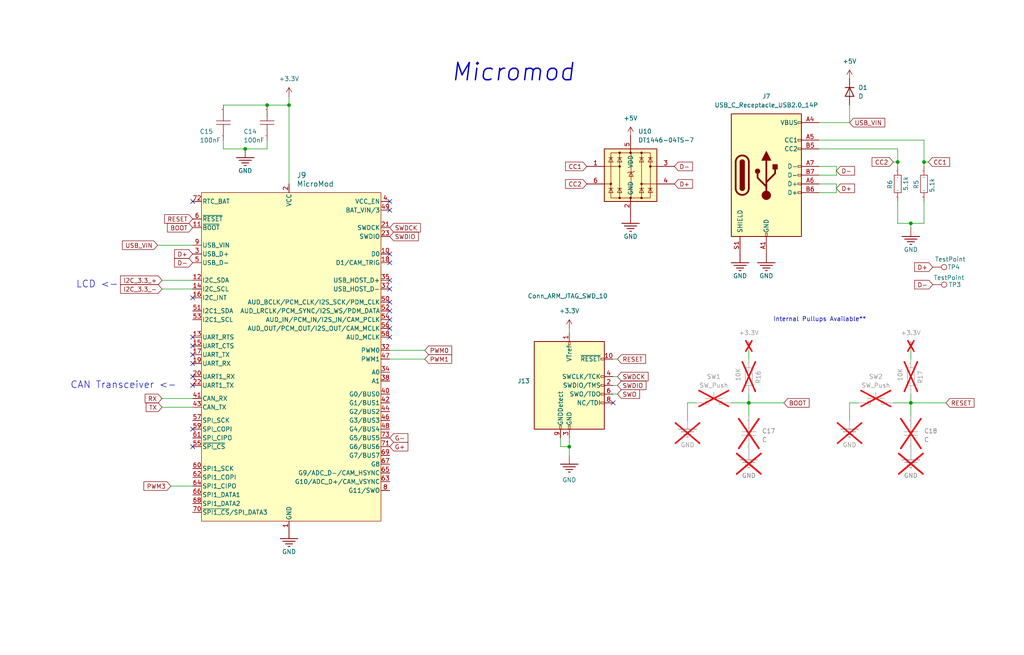
<source format=kicad_sch>
(kicad_sch (version 20250114) (generator "eeschema") (generator_version "9.0")
  (paper "User" 297 190)
  (lib_symbols
    (symbol "Connector:Conn_ARM_JTAG_SWD_10" (pin_names (offset 1.016))
      (property "Reference" "J" (at -2.54 16.51 0))
      (property "Value" "Conn_ARM_JTAG_SWD_10" (at -2.54 13.97 0))
      (symbol "Conn_ARM_JTAG_SWD_10_0_1"
        (rectangle (start -10.16 12.7) (end 10.16 -12.7) (stroke (width 0.254)) (fill (type background)))
        (rectangle (start -2.794 -12.7) (end -2.286 -11.684))
        (rectangle (start -0.254 12.7) (end 0.254 11.684))
        (rectangle (start -0.254 -12.7) (end 0.254 -11.684))
        (rectangle (start 9.144 2.286) (end 10.16 2.794))
        (rectangle (start 10.16 7.874) (end 9.144 7.366))
        (rectangle (start 10.16 -0.254) (end 9.144 0.254))
        (rectangle (start 10.16 -2.794) (end 9.144 -2.286))
      )
      (symbol "Conn_ARM_JTAG_SWD_10_1_1"
        (rectangle (start 9.144 -5.334) (end 10.16 -4.826))
        (pin no_connect line (at -10.16 0 0) (length 2.54) (hide yes) (name "KEY") (number "7"))
        (pin passive line (at -2.54 -15.24 90) (length 2.54) (name "GNDDetect") (number "9"))
        (pin power_in line (at 0 15.24 270) (length 2.54) (name "VTref") (number "1"))
        (pin power_in line (at 0 -15.24 90) (length 2.54) (name "GND") (number "3"))
        (pin passive line (at 0 -15.24 90) (length 2.54) (hide yes) (name "GND") (number "5"))
        (pin open_collector line (at 12.7 7.62 180) (length 2.54) (name "~{RESET}") (number "10"))
        (pin output line (at 12.7 2.54 180) (length 2.54) (name "SWCLK/TCK") (number "4"))
        (pin bidirectional line (at 12.7 0 180) (length 2.54) (name "SWDIO/TMS") (number "2"))
        (pin input line (at 12.7 -2.54 180) (length 2.54) (name "SWO/TDO") (number "6"))
        (pin output line (at 12.7 -5.08 180) (length 2.54) (name "NC/TDI") (number "8"))
      )
    )
    (symbol "Connector:TestPoint" (pin_numbers (hide yes)) (pin_names (offset 0.762) (hide yes))
      (property "Reference" "TP" (at 0 6.858 0))
      (property "Value" "TestPoint" (at 0 5.08 0))
      (symbol "TestPoint_0_1"
        (circle (center 0 3.302) (radius 0.762))
      )
      (symbol "TestPoint_1_1"
        (pin passive line (at 0 0 90) (length 2.54) (name "1") (number "1"))
      )
    )
    (symbol "Connector:USB_C_Receptacle_USB2.0_14P" (pin_names (offset 1.016))
      (property "Reference" "J" (at 0 22.225 0))
      (property "Value" "USB_C_Receptacle_USB2.0_14P" (at 0 19.685 0))
      (symbol "USB_C_Receptacle_USB2.0_14P_0_0"
        (rectangle (start -0.254 -17.78) (end 0.254 -16.764))
        (rectangle (start 10.16 15.494) (end 9.144 14.986))
        (rectangle (start 10.16 10.414) (end 9.144 9.906))
        (rectangle (start 10.16 7.874) (end 9.144 7.366))
        (rectangle (start 10.16 2.794) (end 9.144 2.286))
        (rectangle (start 10.16 0.254) (end 9.144 -0.254))
        (rectangle (start 10.16 -2.286) (end 9.144 -2.794))
        (rectangle (start 10.16 -4.826) (end 9.144 -5.334))
      )
      (symbol "USB_C_Receptacle_USB2.0_14P_0_1"
        (rectangle (start -10.16 17.78) (end 10.16 -17.78) (stroke (width 0.254)) (fill (type background)))
        (polyline (pts (xy -8.89 -3.81) (xy -8.89 3.81)) (stroke (width 0.508)))
        (rectangle (start -7.62 -3.81) (end -6.35 3.81) (stroke (width 0.254)) (fill (type outline)))
        (arc (start -7.62 3.81) (mid -6.985 4.4423) (end -6.35 3.81) (stroke (width 0.254)))
        (arc (start -7.62 3.81) (mid -6.985 4.4423) (end -6.35 3.81) (stroke (width 0.254)) (fill (type outline)))
        (arc (start -8.89 3.81) (mid -6.985 5.7067) (end -5.08 3.81) (stroke (width 0.508)))
        (arc (start -5.08 -3.81) (mid -6.985 -5.7067) (end -8.89 -3.81) (stroke (width 0.508)))
        (arc (start -6.35 -3.81) (mid -6.985 -4.4423) (end -7.62 -3.81) (stroke (width 0.254)))
        (arc (start -6.35 -3.81) (mid -6.985 -4.4423) (end -7.62 -3.81) (stroke (width 0.254)) (fill (type outline)))
        (polyline (pts (xy -5.08 3.81) (xy -5.08 -3.81)) (stroke (width 0.508)))
        (circle (center -2.54 1.143) (radius 0.635) (stroke (width 0.254)) (fill (type outline)))
        (polyline (pts (xy -1.27 4.318) (xy 0 6.858) (xy 1.27 4.318) (xy -1.27 4.318)) (stroke (width 0.254)) (fill (type outline)))
        (polyline (pts (xy 0 -2.032) (xy 2.54 0.508) (xy 2.54 1.778)) (stroke (width 0.508)))
        (polyline (pts (xy 0 -3.302) (xy -2.54 -0.762) (xy -2.54 0.508)) (stroke (width 0.508)))
        (polyline (pts (xy 0 -5.842) (xy 0 4.318)) (stroke (width 0.508)))
        (circle (center 0 -5.842) (radius 1.27) (fill (type outline)))
        (rectangle (start 1.905 1.778) (end 3.175 3.048) (stroke (width 0.254)) (fill (type outline)))
      )
      (symbol "USB_C_Receptacle_USB2.0_14P_1_1"
        (pin passive line (at -7.62 -22.86 90) (length 5.08) (name "SHIELD") (number "S1"))
        (pin passive line (at 0 -22.86 90) (length 5.08) (name "GND") (number "A1"))
        (pin passive line (at 0 -22.86 90) (length 5.08) (hide yes) (name "GND") (number "A12"))
        (pin passive line (at 0 -22.86 90) (length 5.08) (hide yes) (name "GND") (number "B1"))
        (pin passive line (at 0 -22.86 90) (length 5.08) (hide yes) (name "GND") (number "B12"))
        (pin passive line (at 15.24 15.24 180) (length 5.08) (name "VBUS") (number "A4"))
        (pin passive line (at 15.24 15.24 180) (length 5.08) (hide yes) (name "VBUS") (number "A9"))
        (pin passive line (at 15.24 15.24 180) (length 5.08) (hide yes) (name "VBUS") (number "B4"))
        (pin passive line (at 15.24 15.24 180) (length 5.08) (hide yes) (name "VBUS") (number "B9"))
        (pin bidirectional line (at 15.24 10.16 180) (length 5.08) (name "CC1") (number "A5"))
        (pin bidirectional line (at 15.24 7.62 180) (length 5.08) (name "CC2") (number "B5"))
        (pin bidirectional line (at 15.24 2.54 180) (length 5.08) (name "D-") (number "A7"))
        (pin bidirectional line (at 15.24 0 180) (length 5.08) (name "D-") (number "B7"))
        (pin bidirectional line (at 15.24 -2.54 180) (length 5.08) (name "D+") (number "A6"))
        (pin bidirectional line (at 15.24 -5.08 180) (length 5.08) (name "D+") (number "B6"))
      )
    )
    (symbol "Device:D" (pin_numbers (hide yes)) (pin_names (offset 1.016) (hide yes))
      (property "Reference" "D" (at 0 2.54 0))
      (property "Value" "D" (at 0 -2.54 0))
      (symbol "D_0_1"
        (polyline (pts (xy -1.27 1.27) (xy -1.27 -1.27)) (stroke (width 0.254)))
        (polyline (pts (xy 1.27 1.27) (xy 1.27 -1.27) (xy -1.27 0) (xy 1.27 1.27)) (stroke (width 0.254)))
        (polyline (pts (xy 1.27 0) (xy -1.27 0)))
      )
      (symbol "D_1_1"
        (pin passive line (at -3.81 0 0) (length 2.54) (name "K") (number "1"))
        (pin passive line (at 3.81 0 180) (length 2.54) (name "A") (number "2"))
      )
    )
    (symbol "SJSU_common:DT1446-04TS-7"
      (property "Reference" "U" (at -7.366 -0.762 0))
      (property "Value" "DT1446-04TS-7" (at 0 0 0))
      (symbol "DT1446-04TS-7_0_0"
        (rectangle (start -5.715 -3.683) (end 5.715 -16.764))
        (polyline (pts (xy -3.175 -16.764) (xy -3.175 -3.683)))
        (polyline (pts (xy 0.127 -3.683) (xy 0.127 -16.764)))
        (polyline (pts (xy 3.175 -3.683) (xy 3.175 -16.764)))
      )
      (symbol "DT1446-04TS-7_0_1"
        (polyline (pts (xy -7.747 -7.62) (xy -3.175 -7.62)))
        (rectangle (start -7.62 -2.54) (end 7.62 -17.78) (stroke (width 0.254)) (fill (type background)))
        (polyline (pts (xy -7.62 -12.7) (xy -5.715 -12.7)))
        (circle (center -5.715 -12.7) (radius 0.2794) (fill (type outline)))
        (polyline (pts (xy -5.08 -5.08) (xy -6.35 -5.08)))
        (polyline (pts (xy -5.08 -6.35) (xy -6.35 -6.35) (xy -5.715 -5.08) (xy -5.08 -6.35)))
        (polyline (pts (xy -5.08 -13.97) (xy -6.35 -13.97)))
        (polyline (pts (xy -5.08 -15.24) (xy -6.35 -15.24) (xy -5.715 -13.97) (xy -5.08 -15.24)))
        (circle (center -3.175 -3.683) (radius 0.2794) (fill (type outline)))
        (circle (center -3.175 -7.62) (radius 0.2794) (fill (type outline)))
        (circle (center -3.175 -16.764) (radius 0.2794) (fill (type outline)))
        (polyline (pts (xy -2.54 -5.08) (xy -3.81 -5.08)))
        (polyline (pts (xy -2.54 -6.35) (xy -3.81 -6.35) (xy -3.175 -5.08) (xy -2.54 -6.35)))
        (polyline (pts (xy -2.54 -13.97) (xy -3.81 -13.97)))
        (polyline (pts (xy -2.54 -15.24) (xy -3.81 -15.24) (xy -3.175 -13.97) (xy -2.54 -15.24)))
        (polyline (pts (xy -0.508 -9.271) (xy -0.889 -9.525)))
        (circle (center 0 -3.683) (radius 0.2794) (fill (type outline)))
        (polyline (pts (xy 0 -16.764) (xy 0 -17.78)))
        (circle (center 0 -16.764) (radius 0.2794) (fill (type outline)))
        (polyline (pts (xy 0.762 -9.271) (xy -0.508 -9.271)))
        (polyline (pts (xy 0.762 -9.271) (xy 1.143 -9.017)))
        (polyline (pts (xy 0.762 -10.541) (xy -0.508 -10.541) (xy 0.127 -9.271) (xy 0.762 -10.541)))
        (circle (center 3.175 -3.683) (radius 0.2794) (fill (type outline)))
        (circle (center 3.175 -12.7) (radius 0.2794) (fill (type outline)))
        (circle (center 3.175 -16.764) (radius 0.2794) (fill (type outline)))
        (polyline (pts (xy 3.81 -5.08) (xy 2.54 -5.08)))
        (polyline (pts (xy 3.81 -6.35) (xy 2.54 -6.35) (xy 3.175 -5.08) (xy 3.81 -6.35)))
        (polyline (pts (xy 3.81 -13.97) (xy 2.54 -13.97)))
        (polyline (pts (xy 3.81 -15.24) (xy 2.54 -15.24) (xy 3.175 -13.97) (xy 3.81 -15.24)))
        (circle (center 5.715 -7.62) (radius 0.2794) (fill (type outline)))
        (polyline (pts (xy 6.35 -5.08) (xy 5.08 -5.08)))
        (polyline (pts (xy 6.35 -6.35) (xy 5.08 -6.35) (xy 5.715 -5.08) (xy 6.35 -6.35)))
        (polyline (pts (xy 6.35 -13.97) (xy 5.08 -13.97)))
        (polyline (pts (xy 6.35 -15.24) (xy 5.08 -15.24) (xy 5.715 -13.97) (xy 6.35 -15.24)))
        (polyline (pts (xy 7.62 -7.62) (xy 5.715 -7.62)))
        (polyline (pts (xy 7.62 -12.7) (xy 3.175 -12.7)))
      )
      (symbol "DT1446-04TS-7_1_1"
        (pin passive line (at -12.7 -7.62 0) (length 5.08) (name "~") (number "1"))
        (pin passive line (at -12.7 -12.7 0) (length 5.08) (name "~") (number "6"))
        (pin power_in line (at 0 1.27 270) (length 5.08) (name "VDD") (number "5"))
        (pin passive line (at 0 -21.59 90) (length 5.08) (name "GND") (number "2"))
        (pin passive line (at 12.7 -7.62 180) (length 5.08) (name "~") (number "3"))
        (pin passive line (at 12.7 -12.7 180) (length 5.08) (name "~") (number "4"))
      )
    )
    (symbol "SJSU_common:MicroMod" (pin_names (offset 0.254))
      (property "Reference" "J" (at 16.256 12.7 0))
      (property "Value" "MicroMod" (at 16.51 10.16 0))
      (symbol "MicroMod_1_1"
        (rectangle (start -8.89 2.54) (end 43.18 -92.71) (fill (type background)))
        (pin power_in line (at -11.43 0 0) (length 2.54) (name "RTC_BAT") (number "72"))
        (pin open_collector line (at -11.43 -5.08 0) (length 2.54) (name "~{RESET}") (number "6"))
        (pin open_collector line (at -11.43 -7.62 0) (length 2.54) (name "~{BOOT}") (number "11"))
        (pin power_in line (at -11.43 -12.7 0) (length 2.54) (name "USB_VIN") (number "9"))
        (pin bidirectional line (at -11.43 -15.24 0) (length 2.54) (name "USB_D+") (number "3"))
        (pin bidirectional line (at -11.43 -17.78 0) (length 2.54) (name "USB_D-") (number "5"))
        (pin bidirectional line (at -11.43 -22.86 0) (length 2.54) (name "I2C_SDA") (number "12"))
        (pin bidirectional line (at -11.43 -25.4 0) (length 2.54) (name "I2C_SCL") (number "14"))
        (pin open_collector line (at -11.43 -27.94 0) (length 2.54) (name "I2C_INT") (number "16"))
        (pin bidirectional line (at -11.43 -31.75 0) (length 2.54) (name "I2C1_SDA") (number "51"))
        (pin bidirectional line (at -11.43 -34.29 0) (length 2.54) (name "I2C1_SCL") (number "53"))
        (pin output line (at -11.43 -39.37 0) (length 2.54) (name "UART_RTS") (number "13"))
        (pin input line (at -11.43 -41.91 0) (length 2.54) (name "UART_CTS") (number "15"))
        (pin output line (at -11.43 -44.45 0) (length 2.54) (name "UART_TX") (number "17"))
        (pin input line (at -11.43 -46.99 0) (length 2.54) (name "UART_RX") (number "19"))
        (pin input line (at -11.43 -50.8 0) (length 2.54) (name "UART1_RX") (number "20"))
        (pin output line (at -11.43 -53.34 0) (length 2.54) (name "UART1_TX") (number "22"))
        (pin input line (at -11.43 -57.15 0) (length 2.54) (name "CAN_RX") (number "41"))
        (pin output line (at -11.43 -59.69 0) (length 2.54) (name "CAN_TX") (number "43"))
        (pin output line (at -11.43 -63.5 0) (length 2.54) (name "SPI_SCK") (number "57"))
        (pin output line (at -11.43 -66.04 0) (length 2.54) (name "SPI_COPI") (number "59"))
        (pin output line (at -11.43 -68.58 0) (length 2.54) (name "SPI_CIPO") (number "61"))
        (pin output line (at -11.43 -71.12 0) (length 2.54) (name "~{SPI_CS}") (number "55"))
        (pin output line (at -11.43 -77.47 0) (length 2.54) (name "SPI1_SCK") (number "60"))
        (pin output line (at -11.43 -80.01 0) (length 2.54) (name "SPI1_COPI") (number "62"))
        (pin output line (at -11.43 -82.55 0) (length 2.54) (name "SPI1_CIPO") (number "64"))
        (pin output line (at -11.43 -85.09 0) (length 2.54) (name "SPI1_DATA1") (number "66"))
        (pin output line (at -11.43 -87.63 0) (length 2.54) (name "SPI1_DATA2") (number "68"))
        (pin bidirectional line (at -11.43 -90.17 0) (length 2.54) (name "~{SPI1_CS}/SPI_DATA3") (number "70"))
        (pin power_in line (at 16.51 5.08 270) (length 2.54) (name "VCC") (number "2"))
        (pin power_in line (at 16.51 5.08 270) (length 2.54) (hide yes) (name "VCC") (number "74"))
        (pin power_out line (at 16.51 -95.25 90) (length 2.54) (name "GND") (number "1"))
        (pin power_out line (at 16.51 -95.25 90) (length 2.54) (hide yes) (name "GND") (number "33"))
        (pin power_out line (at 16.51 -95.25 90) (length 2.54) (hide yes) (name "GND") (number "36"))
        (pin power_out line (at 16.51 -95.25 90) (length 2.54) (hide yes) (name "GND") (number "39"))
        (pin power_out line (at 16.51 -95.25 90) (length 2.54) (hide yes) (name "GND") (number "45"))
        (pin power_out line (at 16.51 -95.25 90) (length 2.54) (hide yes) (name "GND") (number "7"))
        (pin power_out line (at 16.51 -95.25 90) (length 2.54) (hide yes) (name "GND") (number "75"))
        (pin power_out line (at 16.51 -95.25 90) (length 2.54) (hide yes) (name "GND") (number "S1"))
        (pin power_out line (at 16.51 -95.25 90) (length 2.54) (hide yes) (name "GND") (number "S2"))
        (pin power_out line (at 16.51 -95.25 90) (length 2.54) (hide yes) (name "GND") (number "S3"))
        (pin output line (at 45.72 0 180) (length 2.54) (name "VCC_EN") (number "4"))
        (pin input line (at 45.72 -2.54 180) (length 2.54) (name "BAT_VIN/3") (number "49"))
        (pin input line (at 45.72 -7.62 180) (length 2.54) (name "SWDCK") (number "21"))
        (pin output line (at 45.72 -10.16 180) (length 2.54) (name "SWDIO") (number "23"))
        (pin bidirectional line (at 45.72 -15.24 180) (length 2.54) (name "D0") (number "10"))
        (pin bidirectional line (at 45.72 -17.78 180) (length 2.54) (name "D1/CAM_TRIG") (number "18"))
        (pin bidirectional line (at 45.72 -22.86 180) (length 2.54) (name "USB_HOST_D+") (number "35"))
        (pin bidirectional line (at 45.72 -25.4 180) (length 2.54) (name "USB_HOST_D-") (number "37"))
        (pin bidirectional line (at 45.72 -29.21 180) (length 2.54) (name "AUD_BCLK/PCM_CLK/I2S_SCK/PDM_CLK") (number "50"))
        (pin bidirectional line (at 45.72 -31.75 180) (length 2.54) (name "AUD_LRCLK/PCM_SYNC/I2S_WS/PDM_DATA") (number "52"))
        (pin input line (at 45.72 -34.29 180) (length 2.54) (name "AUD_IN/PCM_IN/I2S_IN/CAM_PCLK") (number "54"))
        (pin output line (at 45.72 -36.83 180) (length 2.54) (name "AUD_OUT/PCM_OUT/I2S_OUT/CAM_MCLK") (number "56"))
        (pin output line (at 45.72 -39.37 180) (length 2.54) (name "AUD_MCLK") (number "58"))
        (pin output line (at 45.72 -43.18 180) (length 2.54) (name "PWM0") (number "32"))
        (pin output line (at 45.72 -45.72 180) (length 2.54) (name "PWM1") (number "47"))
        (pin output line (at 45.72 -49.53 180) (length 2.54) (name "A0") (number "34"))
        (pin output line (at 45.72 -52.07 180) (length 2.54) (name "A1") (number "38"))
        (pin bidirectional line (at 45.72 -55.88 180) (length 2.54) (name "G0/BUS0") (number "40"))
        (pin bidirectional line (at 45.72 -58.42 180) (length 2.54) (name "G1/BUS1") (number "42"))
        (pin bidirectional line (at 45.72 -60.96 180) (length 2.54) (name "G2/BUS2") (number "44"))
        (pin bidirectional line (at 45.72 -63.5 180) (length 2.54) (name "G3/BUS3") (number "46"))
        (pin bidirectional line (at 45.72 -66.04 180) (length 2.54) (name "G4/BUS4") (number "48"))
        (pin bidirectional line (at 45.72 -68.58 180) (length 2.54) (name "G5/BUS5") (number "73"))
        (pin bidirectional line (at 45.72 -71.12 180) (length 2.54) (name "G6/BUS6") (number "71"))
        (pin bidirectional line (at 45.72 -73.66 180) (length 2.54) (name "G7/BUS7") (number "69"))
        (pin bidirectional line (at 45.72 -76.2 180) (length 2.54) (name "G8") (number "67"))
        (pin bidirectional line (at 45.72 -78.74 180) (length 2.54) (name "G9/ADC_D-/CAM_HSYNC") (number "65"))
        (pin bidirectional line (at 45.72 -81.28 180) (length 2.54) (name "G10/ADC_D+/CAM_VSYNC") (number "63"))
        (pin bidirectional line (at 45.72 -83.82 180) (length 2.54) (name "G11/SWO") (number "8"))
      )
      (symbol "MicroMod_1_2"
        (polyline (pts (xy 5.08 2.54) (xy 5.08 -86.36)) (stroke (width 0.127)))
        (polyline (pts (xy 5.08 -86.36) (xy 12.7 -86.36)) (stroke (width 0.127)))
        (polyline (pts (xy 7.62 0) (xy 5.08 0)) (stroke (width 0.127)))
        (polyline (pts (xy 7.62 0) (xy 8.89 0.8467)) (stroke (width 0.127)))
        (polyline (pts (xy 7.62 0) (xy 8.89 -0.8467)) (stroke (width 0.127)))
        (polyline (pts (xy 7.62 -2.54) (xy 5.08 -2.54)) (stroke (width 0.127)))
        (polyline (pts (xy 7.62 -2.54) (xy 8.89 -1.6933)) (stroke (width 0.127)))
        (polyline (pts (xy 7.62 -2.54) (xy 8.89 -3.3867)) (stroke (width 0.127)))
        (polyline (pts (xy 7.62 -5.08) (xy 5.08 -5.08)) (stroke (width 0.127)))
        (polyline (pts (xy 7.62 -5.08) (xy 8.89 -4.2333)) (stroke (width 0.127)))
        (polyline (pts (xy 7.62 -5.08) (xy 8.89 -5.9267)) (stroke (width 0.127)))
        (polyline (pts (xy 7.62 -7.62) (xy 5.08 -7.62)) (stroke (width 0.127)))
        (polyline (pts (xy 7.62 -7.62) (xy 8.89 -6.7733)) (stroke (width 0.127)))
        (polyline (pts (xy 7.62 -7.62) (xy 8.89 -8.4667)) (stroke (width 0.127)))
        (polyline (pts (xy 7.62 -10.16) (xy 5.08 -10.16)) (stroke (width 0.127)))
        (polyline (pts (xy 7.62 -10.16) (xy 8.89 -9.3133)) (stroke (width 0.127)))
        (polyline (pts (xy 7.62 -10.16) (xy 8.89 -11.0067)) (stroke (width 0.127)))
        (polyline (pts (xy 7.62 -12.7) (xy 5.08 -12.7)) (stroke (width 0.127)))
        (polyline (pts (xy 7.62 -12.7) (xy 8.89 -11.8533)) (stroke (width 0.127)))
        (polyline (pts (xy 7.62 -12.7) (xy 8.89 -13.5467)) (stroke (width 0.127)))
        (polyline (pts (xy 7.62 -15.24) (xy 5.08 -15.24)) (stroke (width 0.127)))
        (polyline (pts (xy 7.62 -15.24) (xy 8.89 -14.3933)) (stroke (width 0.127)))
        (polyline (pts (xy 7.62 -15.24) (xy 8.89 -16.0867)) (stroke (width 0.127)))
        (polyline (pts (xy 7.62 -17.78) (xy 5.08 -17.78)) (stroke (width 0.127)))
        (polyline (pts (xy 7.62 -17.78) (xy 8.89 -16.9333)) (stroke (width 0.127)))
        (polyline (pts (xy 7.62 -17.78) (xy 8.89 -18.6267)) (stroke (width 0.127)))
        (polyline (pts (xy 7.62 -20.32) (xy 5.08 -20.32)) (stroke (width 0.127)))
        (polyline (pts (xy 7.62 -20.32) (xy 8.89 -19.4733)) (stroke (width 0.127)))
        (polyline (pts (xy 7.62 -20.32) (xy 8.89 -21.1667)) (stroke (width 0.127)))
        (polyline (pts (xy 7.62 -22.86) (xy 5.08 -22.86)) (stroke (width 0.127)))
        (polyline (pts (xy 7.62 -22.86) (xy 8.89 -22.0133)) (stroke (width 0.127)))
        (polyline (pts (xy 7.62 -22.86) (xy 8.89 -23.7067)) (stroke (width 0.127)))
        (polyline (pts (xy 7.62 -25.4) (xy 5.08 -25.4)) (stroke (width 0.127)))
        (polyline (pts (xy 7.62 -25.4) (xy 8.89 -24.5533)) (stroke (width 0.127)))
        (polyline (pts (xy 7.62 -25.4) (xy 8.89 -26.2467)) (stroke (width 0.127)))
        (polyline (pts (xy 7.62 -27.94) (xy 5.08 -27.94)) (stroke (width 0.127)))
        (polyline (pts (xy 7.62 -27.94) (xy 8.89 -27.0933)) (stroke (width 0.127)))
        (polyline (pts (xy 7.62 -27.94) (xy 8.89 -28.7867)) (stroke (width 0.127)))
        (polyline (pts (xy 7.62 -30.48) (xy 5.08 -30.48)) (stroke (width 0.127)))
        (polyline (pts (xy 7.62 -30.48) (xy 8.89 -29.6333)) (stroke (width 0.127)))
        (polyline (pts (xy 7.62 -30.48) (xy 8.89 -31.3267)) (stroke (width 0.127)))
        (polyline (pts (xy 7.62 -33.02) (xy 5.08 -33.02)) (stroke (width 0.127)))
        (polyline (pts (xy 7.62 -33.02) (xy 8.89 -32.1733)) (stroke (width 0.127)))
        (polyline (pts (xy 7.62 -33.02) (xy 8.89 -33.8667)) (stroke (width 0.127)))
        (polyline (pts (xy 7.62 -35.56) (xy 5.08 -35.56)) (stroke (width 0.127)))
        (polyline (pts (xy 7.62 -35.56) (xy 8.89 -34.7133)) (stroke (width 0.127)))
        (polyline (pts (xy 7.62 -35.56) (xy 8.89 -36.4067)) (stroke (width 0.127)))
        (polyline (pts (xy 7.62 -38.1) (xy 5.08 -38.1)) (stroke (width 0.127)))
        (polyline (pts (xy 7.62 -38.1) (xy 8.89 -37.2533)) (stroke (width 0.127)))
        (polyline (pts (xy 7.62 -38.1) (xy 8.89 -38.9467)) (stroke (width 0.127)))
        (polyline (pts (xy 7.62 -40.64) (xy 5.08 -40.64)) (stroke (width 0.127)))
        (polyline (pts (xy 7.62 -40.64) (xy 8.89 -39.7933)) (stroke (width 0.127)))
        (polyline (pts (xy 7.62 -40.64) (xy 8.89 -41.4867)) (stroke (width 0.127)))
        (polyline (pts (xy 7.62 -43.18) (xy 5.08 -43.18)) (stroke (width 0.127)))
        (polyline (pts (xy 7.62 -43.18) (xy 8.89 -42.3333)) (stroke (width 0.127)))
        (polyline (pts (xy 7.62 -43.18) (xy 8.89 -44.0267)) (stroke (width 0.127)))
        (polyline (pts (xy 7.62 -45.72) (xy 5.08 -45.72)) (stroke (width 0.127)))
        (polyline (pts (xy 7.62 -45.72) (xy 8.89 -44.8733)) (stroke (width 0.127)))
        (polyline (pts (xy 7.62 -45.72) (xy 8.89 -46.5667)) (stroke (width 0.127)))
        (polyline (pts (xy 7.62 -48.26) (xy 5.08 -48.26)) (stroke (width 0.127)))
        (polyline (pts (xy 7.62 -48.26) (xy 8.89 -47.4133)) (stroke (width 0.127)))
        (polyline (pts (xy 7.62 -48.26) (xy 8.89 -49.1067)) (stroke (width 0.127)))
        (polyline (pts (xy 7.62 -50.8) (xy 5.08 -50.8)) (stroke (width 0.127)))
        (polyline (pts (xy 7.62 -50.8) (xy 8.89 -49.9533)) (stroke (width 0.127)))
        (polyline (pts (xy 7.62 -50.8) (xy 8.89 -51.6467)) (stroke (width 0.127)))
        (polyline (pts (xy 7.62 -53.34) (xy 5.08 -53.34)) (stroke (width 0.127)))
        (polyline (pts (xy 7.62 -53.34) (xy 8.89 -52.4933)) (stroke (width 0.127)))
        (polyline (pts (xy 7.62 -53.34) (xy 8.89 -54.1867)) (stroke (width 0.127)))
        (polyline (pts (xy 7.62 -55.88) (xy 5.08 -55.88)) (stroke (width 0.127)))
        (polyline (pts (xy 7.62 -55.88) (xy 8.89 -55.0333)) (stroke (width 0.127)))
        (polyline (pts (xy 7.62 -55.88) (xy 8.89 -56.7267)) (stroke (width 0.127)))
        (polyline (pts (xy 7.62 -58.42) (xy 5.08 -58.42)) (stroke (width 0.127)))
        (polyline (pts (xy 7.62 -58.42) (xy 8.89 -57.5733)) (stroke (width 0.127)))
        (polyline (pts (xy 7.62 -58.42) (xy 8.89 -59.2667)) (stroke (width 0.127)))
        (polyline (pts (xy 7.62 -60.96) (xy 5.08 -60.96)) (stroke (width 0.127)))
        (polyline (pts (xy 7.62 -60.96) (xy 8.89 -60.1133)) (stroke (width 0.127)))
        (polyline (pts (xy 7.62 -60.96) (xy 8.89 -61.8067)) (stroke (width 0.127)))
        (polyline (pts (xy 7.62 -63.5) (xy 5.08 -63.5)) (stroke (width 0.127)))
        (polyline (pts (xy 7.62 -63.5) (xy 8.89 -62.6533)) (stroke (width 0.127)))
        (polyline (pts (xy 7.62 -63.5) (xy 8.89 -64.3467)) (stroke (width 0.127)))
        (polyline (pts (xy 7.62 -66.04) (xy 5.08 -66.04)) (stroke (width 0.127)))
        (polyline (pts (xy 7.62 -66.04) (xy 8.89 -65.1933)) (stroke (width 0.127)))
        (polyline (pts (xy 7.62 -66.04) (xy 8.89 -66.8867)) (stroke (width 0.127)))
        (polyline (pts (xy 7.62 -68.58) (xy 5.08 -68.58)) (stroke (width 0.127)))
        (polyline (pts (xy 7.62 -68.58) (xy 8.89 -67.7333)) (stroke (width 0.127)))
        (polyline (pts (xy 7.62 -68.58) (xy 8.89 -69.4267)) (stroke (width 0.127)))
        (polyline (pts (xy 7.62 -71.12) (xy 5.08 -71.12)) (stroke (width 0.127)))
        (polyline (pts (xy 7.62 -71.12) (xy 8.89 -70.2733)) (stroke (width 0.127)))
        (polyline (pts (xy 7.62 -71.12) (xy 8.89 -71.9667)) (stroke (width 0.127)))
        (polyline (pts (xy 7.62 -73.66) (xy 5.08 -73.66)) (stroke (width 0.127)))
        (polyline (pts (xy 7.62 -73.66) (xy 8.89 -72.8133)) (stroke (width 0.127)))
        (polyline (pts (xy 7.62 -73.66) (xy 8.89 -74.5067)) (stroke (width 0.127)))
        (polyline (pts (xy 7.62 -76.2) (xy 5.08 -76.2)) (stroke (width 0.127)))
        (polyline (pts (xy 7.62 -76.2) (xy 8.89 -75.3533)) (stroke (width 0.127)))
        (polyline (pts (xy 7.62 -76.2) (xy 8.89 -77.0467)) (stroke (width 0.127)))
        (polyline (pts (xy 7.62 -78.74) (xy 5.08 -78.74)) (stroke (width 0.127)))
        (polyline (pts (xy 7.62 -78.74) (xy 8.89 -77.8933)) (stroke (width 0.127)))
        (polyline (pts (xy 7.62 -78.74) (xy 8.89 -79.5867)) (stroke (width 0.127)))
        (polyline (pts (xy 7.62 -81.28) (xy 5.08 -81.28)) (stroke (width 0.127)))
        (polyline (pts (xy 7.62 -81.28) (xy 8.89 -80.4333)) (stroke (width 0.127)))
        (polyline (pts (xy 7.62 -81.28) (xy 8.89 -82.1267)) (stroke (width 0.127)))
        (polyline (pts (xy 7.62 -83.82) (xy 5.08 -83.82)) (stroke (width 0.127)))
        (polyline (pts (xy 7.62 -83.82) (xy 8.89 -82.9733)) (stroke (width 0.127)))
        (polyline (pts (xy 7.62 -83.82) (xy 8.89 -84.6667)) (stroke (width 0.127)))
        (polyline (pts (xy 12.7 2.54) (xy 5.08 2.54)) (stroke (width 0.127)))
        (polyline (pts (xy 12.7 -86.36) (xy 12.7 2.54)) (stroke (width 0.127)))
      )
    )
    (symbol "Switch:SW_Push" (pin_numbers (hide yes)) (pin_names (offset 1.016) (hide yes))
      (property "Reference" "SW" (at 1.27 2.54 0))
      (property "Value" "SW_Push" (at 0 -1.524 0))
      (symbol "SW_Push_0_1"
        (circle (center -2.032 0) (radius 0.508))
        (polyline (pts (xy 0 1.27) (xy 0 3.048)))
        (circle (center 2.032 0) (radius 0.508))
        (polyline (pts (xy 2.54 1.27) (xy -2.54 1.27)))
        (pin passive line (at -5.08 0 0) (length 2.54) (name "1") (number "1"))
        (pin passive line (at 5.08 0 180) (length 2.54) (name "2") (number "2"))
      )
    )
    (symbol "finalhand-easyedapro:CAP"
      (symbol "CAP_1_0"
        (polyline (pts (xy -2.54 0) (xy -0.508 0)))
        (polyline (pts (xy -0.508 -2.032) (xy -0.508 2.032)))
        (polyline (pts (xy 0.508 2.032) (xy 0.508 -2.032)))
        (polyline (pts (xy 0.508 0) (xy 2.54 0)))
        (pin input line (at -5.08 0 0) (length 2.54) (name "2") (number "2"))
        (pin input line (at 5.08 0 180) (length 2.54) (name "1") (number "1"))
      )
    )
    (symbol "finalhand-easyedapro:Ground-GND" (power) (pin_numbers (hide yes)) (pin_names (hide yes))
      (property "Value" "GND" (at 0 -6.35 0))
      (symbol "Ground-GND_1_0"
        (polyline (pts (xy -2.54 -2.54) (xy 2.54 -2.54)) (stroke (width 0.254)))
        (polyline (pts (xy -1.778 -3.302) (xy 1.778 -3.302)) (stroke (width 0.254)))
        (polyline (pts (xy -1.016 -4.064) (xy 1.016 -4.064)) (stroke (width 0.254)))
        (polyline (pts (xy -0.254 -4.826) (xy 0.254 -4.826)) (stroke (width 0.254)))
        (pin power_in line (at 0 0 270) (length 2.54) (name "") (number "1"))
      )
    )
    (symbol "finalhand-easyedapro:Res"
      (symbol "Res_1_0"
        (rectangle (start -2.54 1.016) (end 2.54 -1.016))
        (pin input line (at -5.08 0 0) (length 2.54) (name "1") (number "1"))
        (pin input line (at 5.08 0 180) (length 2.54) (name "2") (number "2"))
      )
    )
    (symbol "power:+3.3V" (power) (pin_numbers (hide yes)) (pin_names (offset 0) (hide yes))
      (property "Value" "+3.3V" (at 0 3.556 0))
      (symbol "+3.3V_0_1"
        (polyline (pts (xy -0.762 1.27) (xy 0 2.54)))
        (polyline (pts (xy 0 2.54) (xy 0.762 1.27)))
        (polyline (pts (xy 0 0) (xy 0 2.54)))
      )
      (symbol "+3.3V_1_1"
        (pin power_in line (at 0 0 90) (length 0) (name "~") (number "1"))
      )
    )
    (symbol "power:+5V" (power) (pin_numbers (hide yes)) (pin_names (offset 0) (hide yes))
      (property "Value" "+5V" (at 0 3.556 0))
      (symbol "+5V_0_1"
        (polyline (pts (xy -0.762 1.27) (xy 0 2.54)))
        (polyline (pts (xy 0 2.54) (xy 0.762 1.27)))
        (polyline (pts (xy 0 0) (xy 0 2.54)))
      )
      (symbol "+5V_1_1"
        (pin power_in line (at 0 0 90) (length 0) (name "~") (number "1"))
      )
    )
  )
  (text "CAN Transceiver <-" (at 35.814 111.76 0) (effects (font (size 2 2))))
  (text "LCD <-" (at 28.194 82.55 0) (effects (font (size 2 2))))
  (text "Internal Pullups Available**" (at 237.744 92.71 0) (effects (font (size 1.27 1.27))))
  (text "Micromod" (at 148.844 21.082 0) (effects (font (size 5 5) (thickness 0.4) (bold yes) (italic yes))))
  (junction (at 83.82 30.48))
  (junction (at 260.35 46.99))
  (junction (at 71.12 43.18))
  (junction (at 264.16 116.84))
  (junction (at 217.17 116.84))
  (junction (at 267.97 46.99))
  (junction (at 165.1 129.54))
  (junction (at 264.16 64.77))
  (junction (at 77.47 30.48))
  (no_connect (at 55.88 97.79))
  (no_connect (at 55.88 100.33))
  (no_connect (at 177.8 116.84))
  (no_connect (at 113.03 58.42))
  (no_connect (at 113.03 95.25))
  (no_connect (at 55.88 102.87))
  (no_connect (at 113.03 90.17))
  (no_connect (at 113.03 97.79))
  (no_connect (at 55.88 105.41))
  (no_connect (at 113.03 81.28))
  (no_connect (at 113.03 73.66))
  (no_connect (at 55.88 111.76))
  (no_connect (at 113.03 92.71))
  (no_connect (at 55.88 86.36))
  (no_connect (at 55.88 58.42))
  (no_connect (at 113.03 87.63))
  (no_connect (at 55.88 124.46))
  (no_connect (at 55.88 129.54))
  (no_connect (at 113.03 76.2))
  (no_connect (at 113.03 60.96))
  (no_connect (at 55.88 109.22))
  (no_connect (at 113.03 83.82))
  (wire (pts (xy 264.16 116.84) (xy 274.32 116.84)))
  (wire (pts (xy 264.16 114.3) (xy 264.16 116.84)))
  (wire (pts (xy 162.56 127) (xy 162.56 129.54)))
  (wire (pts (xy 259.08 46.99) (xy 260.35 46.99)))
  (wire (pts (xy 242.57 48.26) (xy 242.57 50.8)))
  (wire (pts (xy 64.77 40.64) (xy 64.77 43.18)))
  (wire (pts (xy 46.99 83.82) (xy 55.88 83.82)))
  (wire (pts (xy 246.38 121.92) (xy 246.38 116.84)))
  (wire (pts (xy 260.35 64.77) (xy 264.16 64.77)))
  (wire (pts (xy 77.47 30.48) (xy 83.82 30.48)))
  (wire (pts (xy 242.57 53.34) (xy 242.57 55.88)))
  (wire (pts (xy 237.49 40.64) (xy 267.97 40.64)))
  (wire (pts (xy 46.99 118.11) (xy 55.88 118.11)))
  (wire (pts (xy 246.38 30.48) (xy 246.38 35.56)))
  (wire (pts (xy 83.82 27.94) (xy 83.82 30.48)))
  (wire (pts (xy 46.99 81.28) (xy 55.88 81.28)))
  (wire (pts (xy 199.39 121.92) (xy 199.39 116.84)))
  (wire (pts (xy 64.77 43.18) (xy 71.12 43.18)))
  (wire (pts (xy 237.49 35.56) (xy 246.38 35.56)))
  (wire (pts (xy 267.97 46.99) (xy 269.24 46.99)))
  (wire (pts (xy 260.35 64.77) (xy 260.35 58.42)))
  (wire (pts (xy 165.1 95.25) (xy 165.1 96.52)))
  (wire (pts (xy 179.07 114.3) (xy 177.8 114.3)))
  (wire (pts (xy 162.56 129.54) (xy 165.1 129.54)))
  (wire (pts (xy 71.12 43.18) (xy 77.47 43.18)))
  (wire (pts (xy 242.57 53.34) (xy 237.49 53.34)))
  (wire (pts (xy 217.17 116.84) (xy 217.17 120.65)))
  (wire (pts (xy 217.17 101.6) (xy 217.17 104.14)))
  (wire (pts (xy 267.97 40.64) (xy 267.97 46.99)))
  (wire (pts (xy 179.07 109.22) (xy 177.8 109.22)))
  (wire (pts (xy 165.1 129.54) (xy 165.1 132.08)))
  (wire (pts (xy 123.19 101.6) (xy 113.03 101.6)))
  (wire (pts (xy 165.1 127) (xy 165.1 129.54)))
  (wire (pts (xy 264.16 116.84) (xy 264.16 120.65)))
  (wire (pts (xy 212.09 116.84) (xy 217.17 116.84)))
  (wire (pts (xy 83.82 30.48) (xy 83.82 53.34)))
  (wire (pts (xy 49.53 140.97) (xy 55.88 140.97)))
  (wire (pts (xy 267.97 64.77) (xy 264.16 64.77)))
  (wire (pts (xy 260.35 46.99) (xy 260.35 48.26)))
  (wire (pts (xy 199.39 116.84) (xy 201.93 116.84)))
  (wire (pts (xy 246.38 116.84) (xy 248.92 116.84)))
  (wire (pts (xy 237.49 50.8) (xy 242.57 50.8)))
  (wire (pts (xy 237.49 55.88) (xy 242.57 55.88)))
  (wire (pts (xy 113.03 104.14) (xy 123.19 104.14)))
  (wire (pts (xy 267.97 46.99) (xy 267.97 48.26)))
  (wire (pts (xy 264.16 101.6) (xy 264.16 104.14)))
  (wire (pts (xy 267.97 58.42) (xy 267.97 64.77)))
  (wire (pts (xy 260.35 43.18) (xy 260.35 46.99)))
  (wire (pts (xy 217.17 114.3) (xy 217.17 116.84)))
  (wire (pts (xy 237.49 48.26) (xy 242.57 48.26)))
  (wire (pts (xy 264.16 66.04) (xy 264.16 64.77)))
  (wire (pts (xy 179.07 111.76) (xy 177.8 111.76)))
  (wire (pts (xy 77.47 40.64) (xy 77.47 43.18)))
  (wire (pts (xy 45.72 71.12) (xy 55.88 71.12)))
  (wire (pts (xy 46.99 115.57) (xy 55.88 115.57)))
  (wire (pts (xy 179.07 104.14) (xy 177.8 104.14)))
  (wire (pts (xy 259.08 116.84) (xy 264.16 116.84)))
  (wire (pts (xy 217.17 116.84) (xy 227.33 116.84)))
  (wire (pts (xy 237.49 43.18) (xy 260.35 43.18)))
  (wire (pts (xy 64.77 30.48) (xy 77.47 30.48)))
  (global_label "I2C_3.3_-" (shape input) (at 46.99 83.82 180) (property "Intersheetrefs" "${INTERSHEET_REFS}" (effects (hide yes))))
  (global_label "D-" (shape input) (at 55.88 76.2 180) (property "Intersheetrefs" "${INTERSHEET_REFS}" (effects (hide yes))))
  (global_label "CC1" (shape input) (at 269.24 46.99 0) (property "Intersheetrefs" "${INTERSHEET_REFS}" (effects (hide yes))))
  (global_label "D-" (shape input) (at 242.57 49.53 0) (property "Intersheetrefs" "${INTERSHEET_REFS}" (effects (hide yes))))
  (global_label "SWDIO" (shape input) (at 113.03 68.58 0) (property "Intersheetrefs" "${INTERSHEET_REFS}" (effects (hide yes))))
  (global_label "RESET" (shape input) (at 274.32 116.84 0) (property "Intersheetrefs" "${INTERSHEET_REFS}" (effects (hide yes))))
  (global_label "TX" (shape input) (at 46.99 118.11 180) (property "Intersheetrefs" "${INTERSHEET_REFS}" (effects (hide yes))))
  (global_label "D+" (shape input) (at 55.88 73.66 180) (property "Intersheetrefs" "${INTERSHEET_REFS}" (effects (hide yes))))
  (global_label "D+" (shape input) (at 270.51 77.47 180) (property "Intersheetrefs" "${INTERSHEET_REFS}" (effects (hide yes))))
  (global_label "D+" (shape input) (at 195.58 53.34 0) (property "Intersheetrefs" "${INTERSHEET_REFS}" (effects (hide yes))))
  (global_label "SWDIO" (shape input) (at 179.07 111.76 0) (property "Intersheetrefs" "${INTERSHEET_REFS}" (effects (hide yes))))
  (global_label "RESET" (shape input) (at 179.07 104.14 0) (property "Intersheetrefs" "${INTERSHEET_REFS}" (effects (hide yes))))
  (global_label "RESET" (shape input) (at 55.88 63.5 180) (property "Intersheetrefs" "${INTERSHEET_REFS}" (effects (hide yes))))
  (global_label "D+" (shape input) (at 242.57 54.61 0) (property "Intersheetrefs" "${INTERSHEET_REFS}" (effects (hide yes))))
  (global_label "CC2" (shape input) (at 170.18 53.34 180) (property "Intersheetrefs" "${INTERSHEET_REFS}" (effects (hide yes))))
  (global_label "D-" (shape input) (at 270.51 82.55 180) (property "Intersheetrefs" "${INTERSHEET_REFS}" (effects (hide yes))))
  (global_label "BOOT" (shape input) (at 227.33 116.84 0) (property "Intersheetrefs" "${INTERSHEET_REFS}" (effects (hide yes))))
  (global_label "PWM3" (shape input) (at 49.53 140.97 180) (property "Intersheetrefs" "${INTERSHEET_REFS}" (effects (hide yes))))
  (global_label "I2C_3.3_+" (shape input) (at 46.99 81.28 180) (property "Intersheetrefs" "${INTERSHEET_REFS}" (effects (hide yes))))
  (global_label "SWO" (shape input) (at 179.07 114.3 0) (property "Intersheetrefs" "${INTERSHEET_REFS}" (effects (hide yes))))
  (global_label "BOOT" (shape input) (at 55.88 66.04 180) (property "Intersheetrefs" "${INTERSHEET_REFS}" (effects (hide yes))))
  (global_label "CC2" (shape input) (at 259.08 46.99 180) (property "Intersheetrefs" "${INTERSHEET_REFS}" (effects (hide yes))))
  (global_label "PWM0" (shape input) (at 123.19 101.6 0) (property "Intersheetrefs" "${INTERSHEET_REFS}" (effects (hide yes))))
  (global_label "RX" (shape input) (at 46.99 115.57 180) (property "Intersheetrefs" "${INTERSHEET_REFS}" (effects (hide yes))))
  (global_label "USB_VIN" (shape input) (at 246.38 35.56 0) (property "Intersheetrefs" "${INTERSHEET_REFS}" (effects (hide yes))))
  (global_label "SWDCK" (shape input) (at 113.03 66.04 0) (property "Intersheetrefs" "${INTERSHEET_REFS}" (effects (hide yes))))
  (global_label "D-" (shape input) (at 195.58 48.26 0) (property "Intersheetrefs" "${INTERSHEET_REFS}" (effects (hide yes))))
  (global_label "PWM1" (shape input) (at 123.19 104.14 0) (property "Intersheetrefs" "${INTERSHEET_REFS}" (effects (hide yes))))
  (global_label "USB_VIN" (shape input) (at 45.72 71.12 180) (property "Intersheetrefs" "${INTERSHEET_REFS}" (effects (hide yes))))
  (global_label "G+" (shape input) (at 113.03 129.54 0) (property "Intersheetrefs" "${INTERSHEET_REFS}" (effects (hide yes))))
  (global_label "CC1" (shape input) (at 170.18 48.26 180) (property "Intersheetrefs" "${INTERSHEET_REFS}" (effects (hide yes))))
  (global_label "G-" (shape input) (at 113.03 127 0) (property "Intersheetrefs" "${INTERSHEET_REFS}" (effects (hide yes))))
  (global_label "SWDCK" (shape input) (at 179.07 109.22 0) (property "Intersheetrefs" "${INTERSHEET_REFS}" (effects (hide yes))))
  (symbol (lib_id "finalhand-easyedapro:Ground-GND") (at 199.39 121.92 0) (unit 1) (dnp yes)
    (property "Reference" "#PWR044" (effects (hide yes)))
    (property "Value" "GND" (at 199.39 129.032 0))
    (property "Footprint" "finalhand-easyedapro:" (effects (hide yes)))
    (property "Description" "Power symbol creates a global label with name 'GND'" (effects (hide yes)))
  )
  (symbol (lib_id "power:+5V") (at 246.38 22.86 0) (unit 1)
    (property "Reference" "#PWR026" (effects (hide yes)))
    (property "Value" "+5V" (at 246.38 17.78 0))
    (property "Description" "Power symbol creates a global label with name \"+5V\"" (effects (hide yes)))
  )
  (symbol (lib_id "power:+5V") (at 182.88 39.37 0) (unit 1)
    (property "Reference" "#PWR086" (effects (hide yes)))
    (property "Value" "+5V" (at 182.88 34.29 0))
    (property "Description" "Power symbol creates a global label with name \"+5V\"" (effects (hide yes)))
  )
  (symbol (lib_id "finalhand-easyedapro:Ground-GND") (at 264.16 130.81 0) (unit 1) (dnp yes)
    (property "Reference" "#PWR055" (effects (hide yes)))
    (property "Value" "GND" (at 264.16 137.922 0))
    (property "Footprint" "finalhand-easyedapro:" (effects (hide yes)))
    (property "Description" "Power symbol creates a global label with name 'GND'" (effects (hide yes)))
  )
  (symbol (lib_id "finalhand-easyedapro:Ground-GND") (at 217.17 130.81 0) (unit 1) (dnp yes)
    (property "Reference" "#PWR045" (effects (hide yes)))
    (property "Value" "GND" (at 217.17 137.922 0))
    (property "Footprint" "finalhand-easyedapro:" (effects (hide yes)))
    (property "Description" "Power symbol creates a global label with name 'GND'" (effects (hide yes)))
  )
  (symbol (lib_id "finalhand-easyedapro:Ground-GND") (at 182.88 62.23 0) (unit 1)
    (property "Reference" "#PWR091" (effects (hide yes)))
    (property "Value" "GND" (at 182.88 68.58 0))
    (property "Footprint" "finalhand-easyedapro:" (effects (hide yes)))
    (property "Description" "Power symbol creates a global label with name 'GND'" (effects (hide yes)))
  )
  (symbol (lib_id "finalhand-easyedapro:Res") (at 260.35 53.34 90) (unit 1)
    (property "Reference" "R6" (at 258.826 54.864 0) (effects (justify left bottom)))
    (property "Value" "5.1k" (at 263.398 55.372 0) (effects (justify left bottom)))
    (property "Footprint" "Resistor_SMD:R_0603_1608Metric" (effects (hide yes)))
  )
  (symbol (lib_id "Connector:TestPoint") (at 270.51 82.55 270) (unit 1)
    (property "Reference" "TP3" (at 275.082 82.55 90) (effects (justify left)))
    (property "Value" "TestPoint" (at 270.764 80.518 90) (effects (justify left)))
    (property "Footprint" "TestPoint:TestPoint_Pad_D1.0mm" (effects (hide yes)))
    (property "Description" "test point" (effects (hide yes)))
  )
  (symbol (lib_id "finalhand-easyedapro:Ground-GND") (at 246.38 121.92 0) (unit 1) (dnp yes)
    (property "Reference" "#PWR054" (effects (hide yes)))
    (property "Value" "GND" (at 246.38 129.032 0))
    (property "Footprint" "finalhand-easyedapro:" (effects (hide yes)))
    (property "Description" "Power symbol creates a global label with name 'GND'" (effects (hide yes)))
  )
  (symbol (lib_id "Connector:USB_C_Receptacle_USB2.0_14P") (at 222.25 50.8 0) (unit 1)
    (property "Reference" "J7" (at 222.25 27.94 0))
    (property "Value" "USB_C_Receptacle_USB2.0_14P" (at 222.25 30.48 0))
    (property "Footprint" "Connector_USB:USB_C_Receptacle_HRO_TYPE-C-31-M-12" (effects (hide yes)))
    (property "Datasheet" "https://www.usb.org/sites/default/files/documents/usb_type-c.zip" (effects (hide yes)))
    (property "Description" "USB 2.0-only 14P Type-C Receptacle connector" (effects (hide yes)))
  )
  (symbol (lib_id "Connector:TestPoint") (at 270.51 77.47 270) (unit 1)
    (property "Reference" "TP4" (at 276.606 77.47 90))
    (property "Value" "TestPoint" (at 275.59 75.184 90))
    (property "Footprint" "TestPoint:TestPoint_Pad_D1.0mm" (effects (hide yes)))
    (property "Description" "test point" (effects (hide yes)))
  )
  (symbol (lib_id "finalhand-easyedapro:Res") (at 267.97 53.34 90) (unit 1)
    (property "Reference" "R5" (at 266.446 54.864 0) (effects (justify left bottom)))
    (property "Value" "5.1k" (at 271.018 55.88 0) (effects (justify left bottom)))
    (property "Footprint" "Resistor_SMD:R_0603_1608Metric" (effects (hide yes)))
  )
  (symbol (lib_id "power:+3.3V") (at 264.16 101.6 0) (unit 1) (dnp yes)
    (property "Reference" "#PWR062" (effects (hide yes)))
    (property "Value" "+3.3V" (at 264.16 96.52 0))
    (property "Description" "Power symbol creates a global label with name \"+3.3V\"" (effects (hide yes)))
  )
  (symbol (lib_id "finalhand-easyedapro:Ground-GND") (at 165.1 132.08 0) (unit 1)
    (property "Reference" "#PWR043" (effects (hide yes)))
    (property "Value" "GND" (at 165.1 139.192 0))
    (property "Footprint" "finalhand-easyedapro:" (effects (hide yes)))
    (property "Description" "Power symbol creates a global label with name 'GND'" (effects (hide yes)))
  )
  (symbol (lib_id "finalhand-easyedapro:Ground-GND") (at 71.12 43.18 0) (unit 1)
    (property "Reference" "#PWR048" (effects (hide yes)))
    (property "Value" "GND" (at 71.12 49.53 0))
    (property "Footprint" "finalhand-easyedapro:" (effects (hide yes)))
    (property "Description" "Power symbol creates a global label with name 'GND'" (effects (hide yes)))
  )
  (symbol (lib_id "Switch:SW_Push") (at 207.01 116.84 0) (unit 1) (on_board no) (dnp yes)
    (property "Reference" "SW1" (at 207.01 109.22 0))
    (property "Value" "SW_Push" (at 207.01 111.76 0))
    (property "Footprint" "Button_Switch_SMD:SW_SPST_CK_RS282G05A3" (effects (hide yes)))
    (property "Description" "Push button switch, generic, two pins" (effects (hide yes)))
  )
  (symbol (lib_id "finalhand-easyedapro:CAP") (at 77.47 35.56 90) (unit 1)
    (property "Reference" "C14" (at 70.612 38.862 90) (effects (justify right top)))
    (property "Value" "100nF" (at 70.612 41.402 90) (effects (justify right top)))
    (property "Footprint" "Capacitor_SMD:C_0603_1608Metric" (effects (hide yes)))
  )
  (symbol (lib_id "power:+3.3V") (at 217.17 101.6 0) (unit 1) (dnp yes)
    (property "Reference" "#PWR061" (effects (hide yes)))
    (property "Value" "+3.3V" (at 217.17 96.52 0))
    (property "Description" "Power symbol creates a global label with name \"+3.3V\"" (effects (hide yes)))
  )
  (symbol (lib_id "finalhand-easyedapro:Ground-GND") (at 214.63 73.66 0) (unit 1)
    (property "Reference" "#PWR021" (effects (hide yes)))
    (property "Value" "GND" (at 214.63 80.01 0))
    (property "Footprint" "finalhand-easyedapro:" (effects (hide yes)))
    (property "Description" "Power symbol creates a global label with name 'GND'" (effects (hide yes)))
  )
  (symbol (lib_id "power:+3.3V") (at 165.1 95.25 0) (unit 1)
    (property "Reference" "#PWR071" (effects (hide yes)))
    (property "Value" "+3.3V" (at 165.1 90.17 0))
    (property "Description" "Power symbol creates a global label with name \"+3.3V\"" (effects (hide yes)))
  )
  (symbol (lib_id "finalhand-easyedapro:CAP") (at 264.16 125.73 90) (unit 1) (on_board no) (dnp yes)
    (property "Reference" "C18" (at 267.97 125.73 90) (effects (justify right top)))
    (property "Value" "C" (at 267.97 128.27 90) (effects (justify right top)))
    (property "Footprint" "Capacitor_SMD:C_0603_1608Metric" (effects (hide yes)))
  )
  (symbol (lib_id "finalhand-easyedapro:CAP") (at 217.17 125.73 90) (unit 1) (on_board no) (dnp yes)
    (property "Reference" "C17" (at 220.98 125.73 90) (effects (justify right top)))
    (property "Value" "C" (at 220.98 128.27 90) (effects (justify right top)))
    (property "Footprint" "Capacitor_SMD:C_0603_1608Metric" (effects (hide yes)))
  )
  (symbol (lib_id "finalhand-easyedapro:Ground-GND") (at 83.82 153.67 0) (unit 1)
    (property "Reference" "#PWR027" (effects (hide yes)))
    (property "Value" "GND" (at 83.82 160.02 0))
    (property "Footprint" "finalhand-easyedapro:" (effects (hide yes)))
    (property "Description" "Power symbol creates a global label with name 'GND'" (effects (hide yes)))
  )
  (symbol (lib_id "Switch:SW_Push") (at 254 116.84 0) (unit 1) (on_board no) (dnp yes)
    (property "Reference" "SW2" (at 254 109.22 0))
    (property "Value" "SW_Push" (at 254 111.76 0))
    (property "Footprint" "Button_Switch_SMD:SW_SPST_CK_RS282G05A3" (effects (hide yes)))
    (property "Description" "Push button switch, generic, two pins" (effects (hide yes)))
  )
  (symbol (lib_id "finalhand-easyedapro:CAP") (at 64.77 35.56 90) (unit 1)
    (property "Reference" "C15" (at 57.912 38.862 90) (effects (justify right top)))
    (property "Value" "100nF" (at 57.912 41.402 90) (effects (justify right top)))
    (property "Footprint" "Capacitor_SMD:C_0603_1608Metric" (effects (hide yes)))
  )
  (symbol (lib_id "finalhand-easyedapro:Res") (at 217.17 109.22 270) (unit 1) (on_board no) (dnp yes)
    (property "Reference" "R16" (at 219.202 107.442 0) (effects (justify left bottom)))
    (property "Value" "10K" (at 213.36 106.68 0) (effects (justify left bottom)))
    (property "Footprint" "Resistor_SMD:R_0603_1608Metric" (effects (hide yes)))
  )
  (symbol (lib_id "Device:D") (at 246.38 26.67 270) (unit 1)
    (property "Reference" "D1" (at 248.92 25.3999 90) (effects (justify left)))
    (property "Value" "D" (at 248.92 27.9399 90) (effects (justify left)))
    (property "Footprint" "Diode_SMD:Vishay_SMPA" (effects (hide yes)))
    (property "Description" "Diode" (effects (hide yes)))
    (property "Sim.Device" "D" (effects (hide yes)))
    (property "Sim.Pins" "1=K 2=A" (effects (hide yes)))
  )
  (symbol (lib_id "power:+3.3V") (at 83.82 27.94 0) (unit 1)
    (property "Reference" "#PWR064" (effects (hide yes)))
    (property "Value" "+3.3V" (at 83.82 22.86 0))
    (property "Description" "Power symbol creates a global label with name \"+3.3V\"" (effects (hide yes)))
  )
  (symbol (lib_id "SJSU_common:MicroMod") (at 67.31 58.42 0) (unit 1)
    (property "Reference" "J9" (at 86.0141 50.8 0) (effects (font (size 1.524 1.524)) (justify left)))
    (property "Value" "MicroMod" (at 86.0141 53.34 0) (effects (font (size 1.524 1.524)) (justify left)))
    (property "Footprint" "SJSU_common:micromod" (effects (hide yes)))
    (property "Datasheet" "https://cdn.sparkfun.com/assets/learn_tutorials/1/2/0/6/SparkFun_MicroMod_Interface_v1.0_-_Pin_Descriptions.pdf" (effects (hide yes)))
    (property "Description" "A microprocessor board mount" (effects (hide yes)))
  )
  (symbol (lib_id "Connector:Conn_ARM_JTAG_SWD_10") (at 165.1 111.76 0) (unit 1)
    (property "Reference" "J13" (at 153.67 110.4899 0) (effects (justify right)))
    (property "Value" "Conn_ARM_JTAG_SWD_10" (at 176.276 85.852 0) (effects (justify right)))
    (property "Footprint" "Connector_PinHeader_1.27mm:PinHeader_2x05_P1.27mm_Vertical" (effects (hide yes)))
    (property "Datasheet" "http://infocenter.arm.com/help/topic/com.arm.doc.ddi0314h/DDI0314H_coresight_components_trm.pdf" (effects (hide yes)))
    (property "Description" "Cortex Debug Connector, standard ARM Cortex-M SWD and JTAG interface" (effects (hide yes)))
  )
  (symbol (lib_id "finalhand-easyedapro:Res") (at 264.16 109.22 270) (unit 1) (on_board no) (dnp yes)
    (property "Reference" "R17" (at 266.192 107.442 0) (effects (justify left bottom)))
    (property "Value" "10K" (at 260.35 106.68 0) (effects (justify left bottom)))
    (property "Footprint" "Resistor_SMD:R_0603_1608Metric" (effects (hide yes)))
  )
  (symbol (lib_id "finalhand-easyedapro:Ground-GND") (at 264.16 66.04 0) (unit 1)
    (property "Reference" "#PWR025" (effects (hide yes)))
    (property "Value" "GND" (at 264.16 72.39 0))
    (property "Footprint" "finalhand-easyedapro:" (effects (hide yes)))
    (property "Description" "Power symbol creates a global label with name 'GND'" (effects (hide yes)))
  )
  (symbol (lib_id "SJSU_common:DT1446-04TS-7") (at 182.88 40.64 0) (unit 1)
    (property "Reference" "U10" (at 185.0741 38.1 0) (effects (justify left)))
    (property "Value" "DT1446-04TS-7" (at 185.0741 40.64 0) (effects (justify left)))
    (property "Footprint" "Package_TO_SOT_SMD:TSOT-23-6" (effects (hide yes)))
    (property "Datasheet" "https://www.diodes.com/assets/Datasheets/DT1446-04TS.pdf" (effects (hide yes)))
    (property "Description" "TVS DIODE 5VWM 8.5VC TSOT26" (effects (hide yes)))
  )
  (symbol (lib_id "finalhand-easyedapro:Ground-GND") (at 222.25 73.66 0) (unit 1)
    (property "Reference" "#PWR022" (effects (hide yes)))
    (property "Value" "GND" (at 222.25 80.01 0))
    (property "Footprint" "finalhand-easyedapro:" (effects (hide yes)))
    (property "Description" "Power symbol creates a global label with name 'GND'" (effects (hide yes)))
  )
)
</source>
